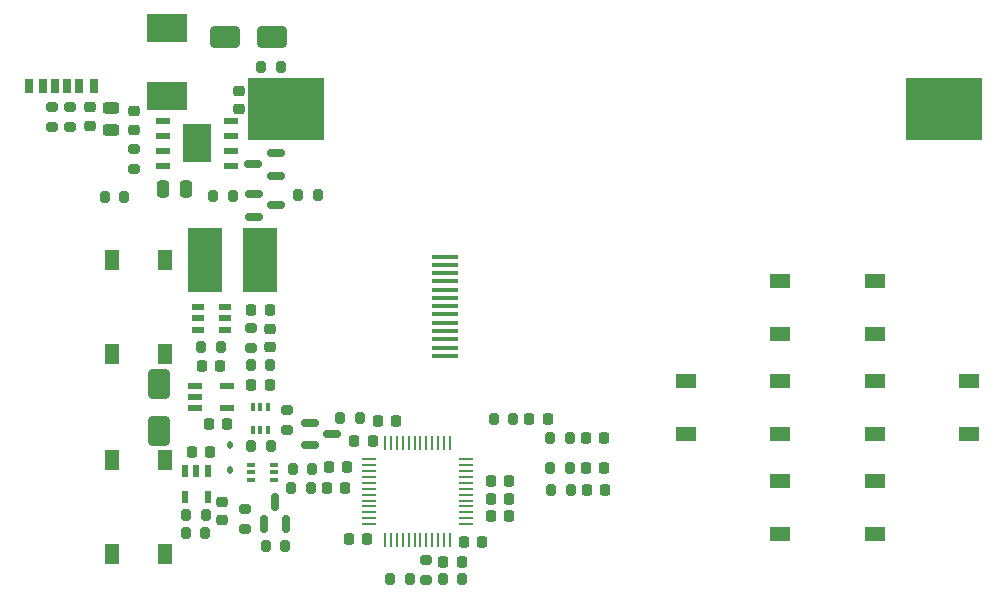
<source format=gtp>
G04 #@! TF.GenerationSoftware,KiCad,Pcbnew,9.0.3*
G04 #@! TF.CreationDate,2025-08-27T19:30:40-05:00*
G04 #@! TF.ProjectId,stm32card,73746d33-3263-4617-9264-2e6b69636164,rev?*
G04 #@! TF.SameCoordinates,Original*
G04 #@! TF.FileFunction,Paste,Top*
G04 #@! TF.FilePolarity,Positive*
%FSLAX46Y46*%
G04 Gerber Fmt 4.6, Leading zero omitted, Abs format (unit mm)*
G04 Created by KiCad (PCBNEW 9.0.3) date 2025-08-27 19:30:40*
%MOMM*%
%LPD*%
G01*
G04 APERTURE LIST*
G04 Aperture macros list*
%AMRoundRect*
0 Rectangle with rounded corners*
0 $1 Rounding radius*
0 $2 $3 $4 $5 $6 $7 $8 $9 X,Y pos of 4 corners*
0 Add a 4 corners polygon primitive as box body*
4,1,4,$2,$3,$4,$5,$6,$7,$8,$9,$2,$3,0*
0 Add four circle primitives for the rounded corners*
1,1,$1+$1,$2,$3*
1,1,$1+$1,$4,$5*
1,1,$1+$1,$6,$7*
1,1,$1+$1,$8,$9*
0 Add four rect primitives between the rounded corners*
20,1,$1+$1,$2,$3,$4,$5,0*
20,1,$1+$1,$4,$5,$6,$7,0*
20,1,$1+$1,$6,$7,$8,$9,0*
20,1,$1+$1,$8,$9,$2,$3,0*%
G04 Aperture macros list end*
%ADD10RoundRect,0.225000X-0.225000X-0.250000X0.225000X-0.250000X0.225000X0.250000X-0.225000X0.250000X0*%
%ADD11RoundRect,0.225000X0.225000X0.250000X-0.225000X0.250000X-0.225000X-0.250000X0.225000X-0.250000X0*%
%ADD12R,1.800000X1.200000*%
%ADD13RoundRect,0.150000X-0.587500X-0.150000X0.587500X-0.150000X0.587500X0.150000X-0.587500X0.150000X0*%
%ADD14RoundRect,0.225000X-0.250000X0.225000X-0.250000X-0.225000X0.250000X-0.225000X0.250000X0.225000X0*%
%ADD15R,3.000000X5.500000*%
%ADD16RoundRect,0.200000X-0.275000X0.200000X-0.275000X-0.200000X0.275000X-0.200000X0.275000X0.200000X0*%
%ADD17RoundRect,0.200000X0.275000X-0.200000X0.275000X0.200000X-0.275000X0.200000X-0.275000X-0.200000X0*%
%ADD18RoundRect,0.200000X0.200000X0.275000X-0.200000X0.275000X-0.200000X-0.275000X0.200000X-0.275000X0*%
%ADD19R,3.500000X2.350000*%
%ADD20RoundRect,0.250000X-0.250000X-0.475000X0.250000X-0.475000X0.250000X0.475000X-0.250000X0.475000X0*%
%ADD21RoundRect,0.200000X-0.200000X-0.275000X0.200000X-0.275000X0.200000X0.275000X-0.200000X0.275000X0*%
%ADD22RoundRect,0.112500X0.112500X-0.187500X0.112500X0.187500X-0.112500X0.187500X-0.112500X-0.187500X0*%
%ADD23RoundRect,0.250000X0.650000X-1.000000X0.650000X1.000000X-0.650000X1.000000X-0.650000X-1.000000X0*%
%ADD24R,2.200000X0.400000*%
%ADD25RoundRect,0.100000X-0.225000X-0.100000X0.225000X-0.100000X0.225000X0.100000X-0.225000X0.100000X0*%
%ADD26R,6.450000X5.300000*%
%ADD27RoundRect,0.150000X0.150000X-0.587500X0.150000X0.587500X-0.150000X0.587500X-0.150000X-0.587500X0*%
%ADD28R,0.700000X1.200000*%
%ADD29R,0.760000X1.200000*%
%ADD30R,0.800000X1.200000*%
%ADD31RoundRect,0.243750X0.456250X-0.243750X0.456250X0.243750X-0.456250X0.243750X-0.456250X-0.243750X0*%
%ADD32R,1.070000X0.530000*%
%ADD33RoundRect,0.150000X0.587500X0.150000X-0.587500X0.150000X-0.587500X-0.150000X0.587500X-0.150000X0*%
%ADD34R,1.200000X0.270000*%
%ADD35R,0.270000X1.200000*%
%ADD36R,1.200000X1.800000*%
%ADD37RoundRect,0.218750X0.256250X-0.218750X0.256250X0.218750X-0.256250X0.218750X-0.256250X-0.218750X0*%
%ADD38R,0.600000X1.000000*%
%ADD39R,1.200000X0.600000*%
%ADD40R,2.400000X3.300000*%
%ADD41RoundRect,0.100000X-0.100000X0.225000X-0.100000X-0.225000X0.100000X-0.225000X0.100000X0.225000X0*%
%ADD42RoundRect,0.250000X1.000000X0.650000X-1.000000X0.650000X-1.000000X-0.650000X1.000000X-0.650000X0*%
%ADD43R,1.200000X0.500000*%
G04 APERTURE END LIST*
D10*
X186594442Y-122410210D03*
X188144442Y-122410210D03*
D11*
X168458966Y-118260712D03*
X166908966Y-118260712D03*
D10*
X158188180Y-107195974D03*
X159738180Y-107195974D03*
D12*
X202951133Y-104665534D03*
X210951133Y-104665534D03*
X202951133Y-109165534D03*
X210951133Y-109165534D03*
D10*
X186498159Y-120535261D03*
X188048159Y-120535261D03*
D13*
X163141120Y-116686961D03*
X163141120Y-118586961D03*
X165016120Y-117636961D03*
D14*
X159771321Y-108741969D03*
X159771321Y-110291969D03*
D15*
X158924572Y-102960590D03*
X154264572Y-102960590D03*
D16*
X148272523Y-93543316D03*
X148272523Y-95193316D03*
D17*
X161212267Y-117283573D03*
X161212267Y-115633573D03*
D14*
X148265612Y-90338172D03*
X148265612Y-91888172D03*
D18*
X161041538Y-127096790D03*
X159391538Y-127096790D03*
D19*
X151018909Y-89007494D03*
X151018909Y-83307494D03*
D20*
X150718124Y-96870191D03*
X152618124Y-96870191D03*
D21*
X174374351Y-129940450D03*
X176024351Y-129940450D03*
X158138180Y-111847959D03*
X159788180Y-111847959D03*
D10*
X176162472Y-126786884D03*
X177712472Y-126786884D03*
D22*
X156386756Y-120670500D03*
X156386756Y-118570500D03*
D23*
X150343692Y-117402201D03*
X150343692Y-113402201D03*
D24*
X174559466Y-111035534D03*
X174559466Y-110335534D03*
X174559466Y-109635534D03*
X174559466Y-108935534D03*
X174559466Y-108235534D03*
X174559466Y-107535534D03*
X174559466Y-106835534D03*
X174559466Y-106135534D03*
X174559466Y-105435534D03*
X174559466Y-104735534D03*
X174559466Y-104035534D03*
X174559466Y-103335534D03*
X174559466Y-102635534D03*
D10*
X178467267Y-124578690D03*
X180017267Y-124578690D03*
D18*
X171606612Y-129942382D03*
X169956612Y-129942382D03*
D25*
X158155852Y-120238248D03*
X158155852Y-120888248D03*
X158155852Y-121538248D03*
X160055852Y-121538248D03*
X160055852Y-120888248D03*
X160055852Y-120238248D03*
D16*
X142831133Y-89980534D03*
X142831133Y-91630534D03*
D18*
X156601572Y-97546454D03*
X154951572Y-97546454D03*
D21*
X145769655Y-97587083D03*
X147419655Y-97587083D03*
D10*
X181710179Y-116398550D03*
X183260179Y-116398550D03*
X158188180Y-113473015D03*
X159738180Y-113473015D03*
D21*
X159028030Y-86593369D03*
X160678030Y-86593369D03*
D18*
X154307133Y-124486382D03*
X152657133Y-124486382D03*
D16*
X158155040Y-108691969D03*
X158155040Y-110341969D03*
D11*
X180017267Y-121658690D03*
X178467267Y-121658690D03*
D21*
X183488159Y-120535261D03*
X185138159Y-120535261D03*
X161559017Y-122220255D03*
X163209017Y-122220255D03*
D10*
X186482004Y-118016635D03*
X188032004Y-118016635D03*
D26*
X161087776Y-90140150D03*
X216827776Y-90140150D03*
D27*
X159208406Y-125258345D03*
X161108406Y-125258345D03*
X160158406Y-123383345D03*
D12*
X210951133Y-113132201D03*
X218951133Y-113132201D03*
X210951133Y-117632201D03*
X218951133Y-117632201D03*
D10*
X178467267Y-123118690D03*
X180017267Y-123118690D03*
D12*
X194951133Y-113132201D03*
X202951133Y-113132201D03*
X194951133Y-117632201D03*
X202951133Y-117632201D03*
D21*
X161689189Y-120596440D03*
X163339189Y-120596440D03*
D10*
X164761789Y-120488899D03*
X166311789Y-120488899D03*
D21*
X183584442Y-122410210D03*
X185234442Y-122410210D03*
D10*
X154004818Y-111915048D03*
X155554818Y-111915048D03*
D13*
X158379151Y-97346136D03*
X158379151Y-99246136D03*
X160254151Y-98296136D03*
D28*
X142574466Y-88210000D03*
D29*
X140554466Y-88210000D03*
D30*
X139324466Y-88210000D03*
D28*
X141574466Y-88210000D03*
D29*
X143594466Y-88210000D03*
D30*
X144824466Y-88210000D03*
D31*
X146287603Y-91915281D03*
X146287603Y-90040281D03*
D21*
X183472004Y-118016635D03*
X185122004Y-118016635D03*
D32*
X153629818Y-106919279D03*
X153629818Y-107869279D03*
X153629818Y-108819279D03*
X155929818Y-108819279D03*
X155929818Y-107869279D03*
X155929818Y-106919279D03*
D10*
X168864228Y-116560375D03*
X170414228Y-116560375D03*
D33*
X160229235Y-95781538D03*
X160229235Y-93881538D03*
X158354235Y-94831538D03*
D18*
X163796670Y-97394465D03*
X162146670Y-97394465D03*
D10*
X164569017Y-122220255D03*
X166119017Y-122220255D03*
D34*
X176341495Y-125291194D03*
X176341495Y-124791194D03*
X176341495Y-124291194D03*
X176341495Y-123791194D03*
X176341495Y-123291194D03*
X176341495Y-122791194D03*
X176341495Y-122291194D03*
X176341495Y-121791194D03*
X176341495Y-121291194D03*
X176341495Y-120791194D03*
X176341495Y-120291194D03*
X176341495Y-119791194D03*
D35*
X174991495Y-118441194D03*
X174491495Y-118441194D03*
X173991495Y-118441194D03*
X173491495Y-118441194D03*
X172991495Y-118441194D03*
X172491495Y-118441194D03*
X171991495Y-118441194D03*
X171491495Y-118441194D03*
X170991495Y-118441194D03*
X170491495Y-118441194D03*
X169991495Y-118441194D03*
X169491495Y-118441194D03*
D34*
X168141495Y-119791194D03*
X168141495Y-120291194D03*
X168141495Y-120791194D03*
X168141495Y-121291194D03*
X168141495Y-121791194D03*
X168141495Y-122291194D03*
X168141495Y-122791194D03*
X168141495Y-123291194D03*
X168141495Y-123791194D03*
X168141495Y-124291194D03*
X168141495Y-124791194D03*
X168141495Y-125291194D03*
D35*
X169491495Y-126641194D03*
X169991495Y-126641194D03*
X170491495Y-126641194D03*
X170991495Y-126641194D03*
X171491495Y-126641194D03*
X171991495Y-126641194D03*
X172491495Y-126641194D03*
X172991495Y-126641194D03*
X173491495Y-126641194D03*
X173991495Y-126641194D03*
X174491495Y-126641194D03*
X174991495Y-126641194D03*
D10*
X154607149Y-116828160D03*
X156157149Y-116828160D03*
D21*
X158167759Y-118711221D03*
X159817759Y-118711221D03*
D36*
X146357799Y-127848868D03*
X146357799Y-119848868D03*
X150857799Y-127848868D03*
X150857799Y-119848868D03*
D12*
X210951133Y-126098868D03*
X202951133Y-126098868D03*
X210951133Y-121598868D03*
X202951133Y-121598868D03*
D37*
X144507305Y-91561135D03*
X144507305Y-89986135D03*
D21*
X153954818Y-110310463D03*
X155604818Y-110310463D03*
D38*
X154476567Y-120794558D03*
X153526567Y-120794558D03*
X152576567Y-120794558D03*
X152576567Y-122994558D03*
X154476567Y-122994558D03*
D39*
X156493169Y-94952776D03*
X156493169Y-93682776D03*
X156493169Y-92402776D03*
X156493169Y-91132776D03*
X150673169Y-91132776D03*
X150673169Y-92402776D03*
X150673169Y-93682776D03*
X150673169Y-94952776D03*
D40*
X153583169Y-93042776D03*
D18*
X167345504Y-116264585D03*
X165695504Y-116264585D03*
D14*
X157124998Y-88594361D03*
X157124998Y-90144361D03*
D21*
X178700179Y-116398550D03*
X180350179Y-116398550D03*
D16*
X157597011Y-124014185D03*
X157597011Y-125664185D03*
D41*
X159575680Y-115376388D03*
X158925680Y-115376388D03*
X158275680Y-115376388D03*
X158275680Y-117276388D03*
X158925680Y-117276388D03*
X159575680Y-117276388D03*
D42*
X159921580Y-84036310D03*
X155921580Y-84036310D03*
D16*
X172991495Y-128364551D03*
X172991495Y-130014551D03*
D10*
X174424341Y-128485724D03*
X175974341Y-128485724D03*
D14*
X155695101Y-123373307D03*
X155695101Y-124923307D03*
D11*
X154681287Y-119188736D03*
X153131287Y-119188736D03*
D36*
X146357799Y-110915534D03*
X146357799Y-102915534D03*
X150857799Y-110915534D03*
X150857799Y-102915534D03*
D11*
X167991495Y-126525753D03*
X166441495Y-126525753D03*
D21*
X152629250Y-125997645D03*
X154279250Y-125997645D03*
D43*
X153429818Y-113589341D03*
X153429818Y-114539341D03*
X153429818Y-115489341D03*
X156129818Y-115489341D03*
X156129818Y-113589341D03*
D16*
X141331133Y-89980534D03*
X141331133Y-91630534D03*
M02*

</source>
